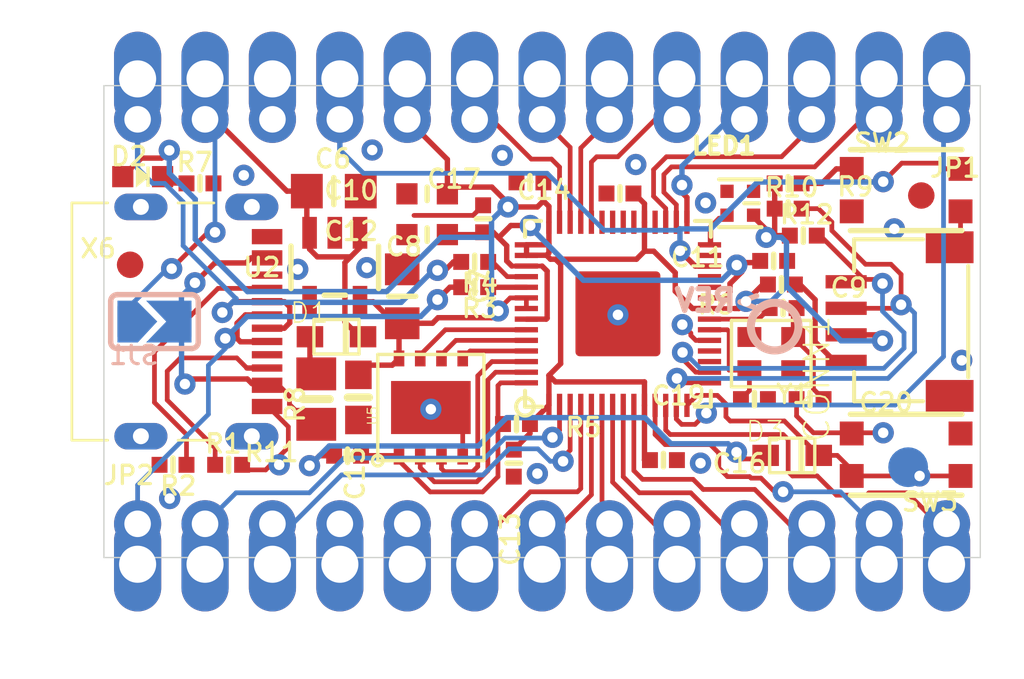
<source format=kicad_pcb>
(kicad_pcb (version 20211014) (generator pcbnew)
  (layers (0 "F.Cu" signal) (1 "In1.Cu" signal) (2 "In2.Cu" signal) (31 "B.Cu" signal) (34 "B.Paste" user) (35 "F.Paste" user) (36 "B.SilkS" user "B.Silkscreen") (37 "F.SilkS" user "F.Silkscreen") (38 "B.Mask" user) (39 "F.Mask" user) (44 "Edge.Cuts" user))
  (net 0 "")
  (net 1 "GND")
  (net 2 "MOSI")
  (net 3 "MISO")
  (net 4 "A3")
  (net 5 "A2")
  (net 6 "A1")
  (net 7 "VBUS")
  (net 8 "A0")
  (net 9 "D9")
  (net 10 "D3")
  (net 11 "D+")
  (net 12 "D-")
  (net 13 "~{RESET}")
  (net 14 "QSPI_DATA[0]")
  (net 15 "QSPI_DATA[1]")
  (net 16 "QSPI_SCK")
  (net 17 "QSPI_CS")
  (net 18 "QSPI_DATA[2]")
  (net 19 "QSPI_DATA[3]")
  (net 20 "NEOPIX")
  (net 21 "D0")
  (net 22 "D1")
  (net 23 "USBBOOT")
  (net 24 "D10")
  (net 25 "D7")
  (net 26 "N$4")
  (net 27 "D6")
  (net 28 "D8")
  (net 29 "SCLK")
  (net 30 "3.3V")
  (net 31 "D2")
  (net 32 "D5")
  (net 33 "1.2V")
  (net 34 "N$5")
  (net 35 "N$6")
  (net 36 "N$7")
  (net 37 "CC1")
  (net 38 "CC2")
  (net 39 "N$1")
  (net 40 "N$3")
  (net 41 "RAW")
  (net 42 "N$8")
  (net 43 "D4")
  (net 44 "N$2")
  (net 45 "SDA")
  (net 46 "SCL")
  (footprint "boardEagle:_0402NO" (layer "F.Cu") (at 134.5946 110.4011 180)
    (fp_text reference "R2")
    (fp_text value "5.1K")
  )
  (footprint "boardEagle:_0402NO" (layer "F.Cu") (at 136.6901 110.4011)
    (fp_text reference "R1")
    (fp_text value "5.1K")
  )
  (footprint "boardEagle:FIDUCIAL_1MM" (layer "F.Cu") (at 162.7886 100.2538 -90)
    (fp_text reference "U$34" hide)
    (fp_text value "FIDUCIAL_1MM" hide)
  )
  (footprint "boardEagle:_0805MP" (layer "F.Cu") (at 140.6525 100.0887)
    (fp_text reference "C6")
    (fp_text value "10µF")
  )
  (footprint "boardEagle:_0402NO" (layer "F.Cu") (at 151.4348 100.1776 180)
    (fp_text reference "C14")
    (fp_text value "0.1uF")
  )
  (footprint "boardEagle:1X13_CASTEL" (layer "F.Cu") (at 148.5011 112.6236)
    (fp_text reference "JP2")
    (fp_text value "")
  )
  (footprint "boardEagle:JST_SH4_SKINNY" (layer "F.Cu") (at 162.4711 105.0036 90)
    (fp_text reference "CONN1")
    (fp_text value "STEMMA_I2C_QTSKINNY" hide)
  )
  (footprint "boardEagle:SOD-323F" (layer "F.Cu") (at 157.9245 110.0455)
    (fp_text reference "D3")
    (fp_text value "NSR0320")
  )
  (footprint "boardEagle:_0402NO" (layer "F.Cu") (at 157.5181 103.6066)
    (fp_text reference "C9")
    (fp_text value "0.1uF")
  )
  (footprint "boardEagle:_0402NO" (layer "F.Cu") (at 153.0731 110.2233)
    (fp_text reference "C16")
    (fp_text value "0.1uF")
  )
  (footprint "boardEagle:USB_C_CUSB31-CFM2AX-01-X" (layer "F.Cu") (at 134.5946 105.0036 -90)
    (fp_text reference "X6")
    (fp_text value "USB TYPE C")
  )
  (footprint "boardEagle:FIDUCIAL_1MM" (layer "F.Cu") (at 132.9781 102.863 -90)
    (fp_text reference "U$35" hide)
    (fp_text value "FIDUCIAL_1MM" hide)
  )
  (footprint "boardEagle:CRYSTAL_2.5X2" (layer "F.Cu") (at 157.1371 106.2101 180)
    (fp_text reference "Y1")
    (fp_text value "12MHZ")
  )
  (footprint "boardEagle:_0402NO" (layer "F.Cu") (at 147.4343 110.3376 -90)
    (fp_text reference "C13")
    (fp_text value "0.1uF")
  )
  (footprint "boardEagle:_0603MP" (layer "F.Cu") (at 144.1704 100.1903 180)
    (fp_text reference "C10")
    (fp_text value "1uF")
  )
  (footprint "boardEagle:SK6805_1515" (layer "F.Cu") (at 155.9687 100.5459)
    (fp_text reference "LED1")
    (fp_text value "WS2812B_SK6805_1515")
  )
  (footprint "boardEagle:_0402NO" (layer "F.Cu") (at 147.5359 108.8644)
    (fp_text reference "R5")
    (fp_text value "10K")
  )
  (footprint "boardEagle:_0402NO" (layer "F.Cu") (at 156.5021 107.9246 180)
    (fp_text reference "C19")
    (fp_text value "22pF")
  )
  (footprint "boardEagle:_0402NO" (layer "F.Cu") (at 157.7721 100.7491)
    (fp_text reference "R10")
    (fp_text value "5.1K")
  )
  (footprint "boardEagle:_0805MP" (layer "F.Cu") (at 143.2306 104.0511 90)
    (fp_text reference "C8")
    (fp_text value "10µF")
  )
  (footprint "boardEagle:_0402NO" (layer "F.Cu") (at 135.6106 99.7966)
    (fp_text reference "R7")
    (fp_text value "10K")
  )
  (footprint "boardEagle:BTN_KMR2_4.6X2.8" (layer "F.Cu") (at 162.2171 100.0506)
    (fp_text reference "SW2")
    (fp_text value "KMR2")
  )
  (footprint "boardEagle:_0402NO" (layer "F.Cu") (at 148.0439 99.7585 180)
    (fp_text reference "C17")
    (fp_text value "0.1uF")
  )
  (footprint "boardEagle:BTN_KMR2_4.6X2.8" (layer "F.Cu") (at 162.2171 110.0201 180)
    (fp_text reference "SW3")
    (fp_text value "KMR2")
  )
  (footprint "boardEagle:_0402NO" (layer "F.Cu") (at 158.5976 107.9246)
    (fp_text reference "C20")
    (fp_text value "22pF")
  )
  (footprint "boardEagle:_0603MP" (layer "F.Cu") (at 144.1704 101.727 180)
    (fp_text reference "C12")
    (fp_text value "1uF")
  )
  (footprint "boardEagle:_0402NO" (layer "F.Cu") (at 146.2786 101.1301 -90)
    (fp_text reference "C7")
    (fp_text value "0.1uF")
  )
  (footprint "boardEagle:_0402NO" (layer "F.Cu") (at 158.3436 101.7651)
    (fp_text reference "R12")
    (fp_text value "5.1K")
  )
  (footprint "boardEagle:0603-NO" (layer "F.Cu") (at 141.5796 107.8611 -90)
    (fp_text reference "C15")
    (fp_text value "1uF")
  )
  (footprint "boardEagle:USON8_4X4" (layer "F.Cu") (at 144.3101 108.2421 90)
    (fp_text reference "U5")
    (fp_text value "8MB QSPI Flash")
  )
  (footprint "boardEagle:SOD-323F" (layer "F.Cu") (at 140.7541 105.5751)
    (fp_text reference "D1")
    (fp_text value "NSR0320")
  )
  (footprint "boardEagle:_0402NO" (layer "F.Cu") (at 157.5816 104.4956 180)
    (fp_text reference "R6")
    (fp_text value "1K")
  )
  (footprint "boardEagle:KB2040_TOP" (layer "F.Cu") (at 131.9911 113.8936)
    (fp_text reference "U$19" hide)
    (fp_text value "" hide)
  )
  (footprint "boardEagle:0805-NO" (layer "F.Cu") (at 139.9921 107.9246 90)
    (fp_text reference "R8")
    (fp_text value "FUSE")
  )
  (footprint "boardEagle:_0402NO" (layer "F.Cu") (at 141.1732 110.0582 180)
    (fp_text reference "R11")
    (fp_text value "1K")
  )
  (footprint "boardEagle:SOT23-5" (layer "F.Cu") (at 140.6906 102.9589 180)
    (fp_text reference "U2")
    (fp_text value "AP2112K-3.3")
  )
  (footprint "boardEagle:_0402NO" (layer "F.Cu") (at 145.9611 103.7082 180)
    (fp_text reference "R3")
    (fp_text value "27")
  )
  (footprint "boardEagle:_0402NO" (layer "F.Cu") (at 145.9611 102.7557 180)
    (fp_text reference "R4")
    (fp_text value "27")
  )
  (footprint "boardEagle:QFN56_7MM_REDUCEDEPAD" (layer "F.Cu") (at 151.3586 104.7115 90)
    (fp_text reference "IC2" hide)
    (fp_text value "RP2040_QFN56" hide)
  )
  (footprint "boardEagle:CHIPLED_0603_NOOUTLINE" (layer "F.Cu") (at 133.4516 99.5426 -90)
    (fp_text reference "D2")
    (fp_text value "GREEN")
  )
  (footprint "boardEagle:1X13_CASTEL" (layer "F.Cu") (at 148.5011 97.3836 180)
    (fp_text reference "JP1")
    (fp_text value "")
  )
  (footprint "boardEagle:_0402NO" (layer "F.Cu") (at 157.226 102.7176 180)
    (fp_text reference "C11")
    (fp_text value "0.1uF")
  )
  (footprint "boardEagle:_0402NO" (layer "F.Cu") (at 157.7721 99.7966)
    (fp_text reference "R9")
    (fp_text value "10K")
  )
  (footprint "boardEagle:PCBFEAT-REV-040" (layer "B.Cu") (at 157.2641 105.1941)
    (fp_text reference "U$20" hide)
    (fp_text value "" hide)
  )
  (footprint "boardEagle:SOLDERJUMPER_ARROW_NOPASTE" (layer "B.Cu") (at 133.8961 105.0036)
    (fp_text reference "SJ1")
    (fp_text value "")
  )
  (footprint "boardEagle:TESTPOINT_ROUND_1.5MM_NO" (layer "B.Cu") (at 162.2933 110.49 180)
    (fp_text reference "TP1" hide)
    (fp_text value "" hide)
  )
  (footprint "boardEagle:KB2040_BOT" (layer "B.Cu") (at 131.9911 96.1136)
    (fp_text reference "U$17" hide)
    (fp_text value "" hide)
  )
  (gr_line (start 131.9911 113.8936) (end 165.0111 113.8936) (layer "Edge.Cuts") (width 0.05))
  (gr_line (start 165.0111 113.8936) (end 165.0111 96.1136) (layer "Edge.Cuts") (width 0.05))
  (gr_line (start 165.0111 96.1136) (end 131.9911 96.1136) (layer "Edge.Cuts") (width 0.05))
  (gr_line (start 131.9911 96.1136) (end 131.9911 113.8936) (layer "Edge.Cuts") (width 0.05))
  (segment (start 137.1981 110.5916) (end 137.1981 110.4011) (width 0.1778) (layer "F.Cu") (net 1))
  (segment (start 138.0871 110.5916) (end 137.1981 110.5916) (width 0.1778) (layer "F.Cu") (net 1))
  (segment (start 158.7881 105.7656) (end 159.5261 106.5036) (width 0.2032) (layer "F.Cu") (net 1))
  (segment (start 145.8976 101.0031) (end 143.6751 101.0031) (width 0.1778) (layer "F.Cu") (net 1))
  (segment (start 164.2671 101.7936) (end 163.8571 102.2036) (width 0.1778) (layer "F.Cu") (net 1))
  (segment (start 154.8086 105.7115) (end 154.293931 105.7115) (width 0.1778) (layer "F.Cu") (net 1))
  (segment (start 158.7881 104.1781) (end 158.7881 105.7656) (width 0.2032) (layer "F.Cu") (net 1))
  (segment (start 145.6436 108.6231) (end 145.2626 108.2421) (width 0.1778) (layer "F.Cu") (net 1))
  (segment (start 138.1756 108.2036) (end 138.9393 108.9673) (width 0.1778) (layer "F.Cu") (net 1))
  (segment (start 138.9393 109.7394) (end 138.0871 110.5916) (width 0.1778) (layer "F.Cu") (net 1))
  (segment (start 145.5101 110.0921) (end 145.5101 108.7566) (width 0.1778) (layer "F.Cu") (net 1))
  (segment (start 145.5101 108.7566) (end 145.6436 108.6231) (width 0.1778) (layer "F.Cu") (net 1))
  (segment (start 158.7246 109.1946) (end 161.3535 109.1946) (width 0.1778) (layer "F.Cu") (net 1))
  (segment (start 158.0896 107.9246) (end 158.0896 108.5596) (width 0.1778) (layer "F.Cu") (net 1))
  (segment (start 158.0896 108.5596) (end 158.7246 109.1946) (width 0.1778) (layer "F.Cu") (net 1))
  (segment (start 143.4211 114.1476) (end 143.4211 112.6236) (width 0.2032) (layer "F.Cu") (net 1))
  (segment (start 154.293931 105.7115) (end 154.1044 105.521969) (width 0.1778) (layer "F.Cu") (net 1))
  (segment (start 159.5261 106.5036) (end 159.9571 106.5036) (width 0.2032) (layer "F.Cu") (net 1))
  (segment (start 140.8811 114.1476) (end 140.8811 112.6236) (width 0.2032) (layer "F.Cu") (net 1))
  (segment (start 154.1044 105.521969) (end 154.1044 105.438) (width 0.1778) (layer "F.Cu") (net 1))
  (segment (start 146.2786 100.6221) (end 145.8976 101.0031) (width 0.1778) (layer "F.Cu") (net 1))
  (segment (start 158.0261 103.6066) (end 158.2166 103.6066) (width 0.2032) (layer "F.Cu") (net 1))
  (segment (start 154.1044 105.438) (end 153.7843 105.1179) (width 0.1778) (layer "F.Cu") (net 1))
  (segment (start 138.1396 108.2036) (end 138.1756 108.2036) (width 0.1778) (layer "F.Cu") (net 1))
  (segment (start 138.9393 108.9673) (end 138.9393 109.7394) (width 0.1778) (layer "F.Cu") (net 1))
  (segment (start 145.2626 108.2421) (end 144.3101 108.2421) (width 0.1778) (layer "F.Cu") (net 1))
  (segment (start 158.7881 104.1781) (end 158.2166 103.6066) (width 0.2032) (layer "F.Cu") (net 1))
  (segment (start 164.2671 100.8506) (end 164.2671 101.7936) (width 0.1778) (layer "F.Cu") (net 1))
  (via (at 154.4701 110.3376) (size 0.8001) (drill 0.3937) (layers "F.Cu" "B.Cu") (net 1))
  (via (at 137.2616 99.4918) (size 0.8001) (drill 0.3937) (layers "F.Cu" "B.Cu") (net 1))
  (via (at 164.3126 106.4641) (size 0.8001) (drill 0.3937) (layers "F.Cu" "B.Cu") (net 1))
  (via (at 161.3535 109.1946) (size 0.8001) (drill 0.3937) (layers "F.Cu" "B.Cu") (net 1))
  (via (at 153.7843 105.1179) (size 0.8001) (drill 0.3937) (layers "F.Cu" "B.Cu") (net 1))
  (via (at 144.3101 108.3056) (size 0.8001) (drill 0.3937) (layers "F.Cu" "B.Cu") (net 1))
  (via (at 151.3586 104.7496) (size 0.8001) (drill 0.3937) (layers "F.Cu" "B.Cu") (net 1))
  (via (at 161.7726 101.5111) (size 0.8001) (drill 0.3937) (layers "F.Cu" "B.Cu") (net 1))
  (via (at 147.0025 98.7425) (size 0.8001) (drill 0.3937) (layers "F.Cu" "B.Cu") (net 1))
  (via (at 142.1003 98.5393) (size 0.8001) (drill 0.3937) (layers "F.Cu" "B.Cu") (net 1))
  (via (at 138.5951 110.4011) (size 0.8001) (drill 0.3937) (layers "F.Cu" "B.Cu") (net 1))
  (via (at 139.2936 103.0351) (size 0.8001) (drill 0.3937) (layers "F.Cu" "B.Cu") (net 1))
  (via (at 134.4676 111.6711) (size 0.8001) (drill 0.3937) (layers "F.Cu" "B.Cu") (net 1))
  (via (at 152.0317 99.0854) (size 0.8001) (drill 0.3937) (layers "F.Cu" "B.Cu") (net 1))
  (via (at 148.3233 110.7313) (size 0.8001) (drill 0.3937) (layers "F.Cu" "B.Cu") (net 1))
  (via (at 154.6606 100.5332) (size 0.8001) (drill 0.3937) (layers "F.Cu" "B.Cu") (net 1))
  (via (at 141.8971 102.9716) (size 0.8001) (drill 0.3937) (layers "F.Cu" "B.Cu") (net 1))
  (segment (start 160.5661 97.3836) (end 158.7754 99.1743) (width 0.1778) (layer "F.Cu") (net 2))
  (segment (start 153.0887 99.4635) (end 153.0887 100.1312) (width 0.1778) (layer "F.Cu") (net 2))
  (segment (start 161.2011 95.8596) (end 161.2011 97.3836) (width 0.2032) (layer "F.Cu") (net 2))
  (segment (start 153.3779 99.1743) (end 153.0887 99.4635) (width 0.1778) (layer "F.Cu") (net 2))
  (segment (start 161.2011 97.3836) (end 160.9471 97.3836) (width 0.2032) (layer "F.Cu") (net 2))
  (segment (start 153.5586 100.6011) (end 153.0887 100.1312) (width 0.1778) (layer "F.Cu") (net 2))
  (segment (start 160.9471 97.3836) (end 160.5661 97.3836) (width 0.2032) (layer "F.Cu") (net 2))
  (segment (start 153.3779 99.1743) (end 158.7754 99.1743) (width 0.1778) (layer "F.Cu") (net 2))
  (segment (start 153.5586 101.2615) (end 153.5586 100.6011) (width 0.1778) (layer "F.Cu") (net 2))
  (segment (start 158.781131 97.536) (end 158.581415 97.735716) (width 0.1778) (layer "F.Cu") (net 3))
  (segment (start 158.6611 97.656032) (end 158.581415 97.735716) (width 0.2032) (layer "F.Cu") (net 3))
  (segment (start 158.6611 97.3836) (end 158.6611 97.656032) (width 0.2032) (layer "F.Cu") (net 3))
  (segment (start 152.7014 99.2793) (end 152.7014 100.2836) (width 0.1778) (layer "F.Cu") (net 3))
  (segment (start 157.523831 98.7933) (end 158.581415 97.735716) (width 0.1778) (layer "F.Cu") (net 3))
  (segment (start 153.1586 101.2615) (end 153.1586 100.7408) (width 0.1778) (layer "F.Cu") (net 3))
  (segment (start 153.1586 100.7408) (end 152.7014 100.2836) (width 0.1778) (layer "F.Cu") (net 3))
  (segment (start 153.1874 98.7933) (end 152.7014 99.2793) (width 0.1778) (layer "F.Cu") (net 3))
  (segment (start 158.6611 95.8596) (end 158.6611 97.415969) (width 0.2032) (layer "F.Cu") (net 3))
  (segment (start 158.6611 97.415969) (end 158.781131 97.536) (width 0.2032) (layer "F.Cu") (net 3))
  (segment (start 153.1874 98.7933) (end 157.523831 98.7933) (width 0.1778) (layer "F.Cu") (net 3))
  (segment (start 149.1586 99.1841) (end 149.1586 101.2615) (width 0.1778) (layer "F.Cu") (net 4))
  (segment (start 148.8567 98.8822) (end 149.1586 99.1841) (width 0.1778) (layer "F.Cu") (net 4))
  (segment (start 145.9611 95.8596) (end 145.9611 97.3836) (width 0.2032) (layer "F.Cu") (net 4))
  (segment (start 148.0947 98.8822) (end 146.5453 97.3328) (width 0.1778) (layer "F.Cu") (net 4))
  (segment (start 146.5453 97.3328) (end 146.0119 97.3328) (width 0.2032) (layer "F.Cu") (net 4))
  (segment (start 148.0947 98.8822) (end 148.8567 98.8822) (width 0.1778) (layer "F.Cu") (net 4))
  (segment (start 145.9611 97.3836) (end 146.0119 97.3328) (width 0.2032) (layer "F.Cu") (net 4))
  (segment (start 148.5011 95.8596) (end 148.5011 97.3836) (width 0.2032) (layer "F.Cu") (net 5))
  (segment (start 149.5586 101.2615) (end 149.5586 98.4411) (width 0.1778) (layer "F.Cu") (net 5))
  (segment (start 148.7551 97.6376) (end 148.5011 97.3836) (width 0.2032) (layer "F.Cu") (net 5))
  (segment (start 149.5586 98.4411) (end 148.7551 97.6376) (width 0.1778) (layer "F.Cu") (net 5))
  (segment (start 149.9586 101.2615) (end 149.9586 98.4661) (width 0.1778) (layer "F.Cu") (net 6))
  (segment (start 151.0411 95.8596) (end 151.0411 97.3836) (width 0.2032) (layer "F.Cu") (net 6))
  (segment (start 150.7871 97.6376) (end 151.0411 97.3836) (width 0.2032) (layer "F.Cu") (net 6))
  (segment (start 149.9586 98.4661) (end 150.7871 97.6376) (width 0.1778) (layer "F.Cu") (net 6))
  (segment (start 137.346518 102.7942) (end 136.169 102.7942) (width 0.2032) (layer "F.Cu") (net 7))
  (segment (start 138.1396 102.6036) (end 137.537118 102.6036) (width 0.2032) (layer "F.Cu") (net 7))
  (segment (start 139.6746 108.8136) (end 139.9921 108.8136) (width 0.1778) (layer "F.Cu") (net 7))
  (segment (start 138.0761 107.3401) (end 138.1396 107.4036) (width 0.2032) (layer "F.Cu") (net 7))
  (segment (start 138.0761 107.3401) (end 137.5681 107.3401) (width 0.2032) (layer "F.Cu") (net 7))
  (segment (start 138.579268 107.4036) (end 138.9813 107.805632) (width 0.1778) (layer "F.Cu") (net 7))
  (segment (start 138.1396 107.4036) (end 138.579268 107.4036) (width 0.1778) (layer "F.Cu") (net 7))
  (segment (start 137.537118 102.6036) (end 137.346518 102.7942) (width 0.2032) (layer "F.Cu") (net 7))
  (segment (start 135.233793 107.166794) (end 135.043293 107.357294) (width 0.2032) (layer "F.Cu") (net 7))
  (segment (start 136.169 102.7942) (end 135.4201 103.5431) (width 0.2032) (layer "F.Cu") (net 7))
  (segment (start 139.9921 108.8746) (end 139.9921 108.8136) (width 0.2032) (layer "F.Cu") (net 7))
  (segment (start 137.394793 107.166794) (end 135.233793 107.166794) (width 0.2032) (layer "F.Cu") (net 7))
  (segment (start 138.9813 107.805632) (end 138.9813 108.1203) (width 0.1778) (layer "F.Cu") (net 7))
  (segment (start 138.9813 108.1203) (end 139.6746 108.8136) (width 0.1778) (layer "F.Cu") (net 7))
  (segment (start 137.5681 107.3401) (end 137.394793 107.166794) (width 0.2032) (layer "F.Cu") (net 7))
  (via (at 135.043293 107.357294) (size 0.8001) (drill 0.3937) (layers "F.Cu" "B.Cu") (net 7))
  (via (at 135.4201 103.5431) (size 0.8001) (drill 0.3937) (layers "F.Cu" "B.Cu") (net 7))
  (segment (start 134.9121 104.0511) (end 134.9121 105.0036) (width 0.2032) (layer "B.Cu") (net 7))
  (segment (start 134.916293 107.230294) (end 135.043293 107.357294) (width 0.2032) (layer "B.Cu") (net 7))
  (segment (start 134.916293 104.9401) (end 134.916293 107.230294) (width 0.2032) (layer "B.Cu") (net 7))
  (segment (start 135.4201 103.5431) (end 134.9121 104.0511) (width 0.2032) (layer "B.Cu") (net 7))
  (segment (start 134.9121 105.0036) (end 134.9121 104.944294) (width 0.1778) (layer "B.Cu") (net 7))
  (segment (start 134.9121 104.944294) (end 134.916293 104.9401) (width 0.1778) (layer "B.Cu") (net 7))
  (segment (start 150.5585 98.7933) (end 151.359068 98.7933) (width 0.1778) (layer "F.Cu") (net 8))
  (segment (start 153.5811 95.8596) (end 153.5811 97.3836) (width 0.2032) (layer "F.Cu") (net 8))
  (segment (start 150.3586 101.2615) (end 150.3586 98.9932) (width 0.1778) (layer "F.Cu") (net 8))
  (segment (start 153.5811 97.3836) (end 152.768768 97.3836) (width 0.1778) (layer "F.Cu") (net 8))
  (segment (start 150.3586 98.9932) (end 150.5585 98.7933) (width 0.1778) (layer "F.Cu") (net 8))
  (segment (start 151.359068 98.7933) (end 152.768768 97.3836) (width 0.1778) (layer "F.Cu") (net 8))
  (segment (start 157.9372 110.8202) (end 158.864768 110.8202) (width 0.1778) (layer "F.Cu") (net 9))
  (segment (start 160.730731 111.5441) (end 160.819631 111.4552) (width 0.1778) (layer "F.Cu") (net 9))
  (segment (start 157.7721 109.4486) (end 157.7721 110.6551) (width 0.1778) (layer "F.Cu") (net 9))
  (segment (start 163.7411 114.1476) (end 163.7411 112.6236) (width 0.2032) (layer "F.Cu") (net 9))
  (segment (start 158.864768 110.8202) (end 159.588668 111.5441) (width 0.1778) (layer "F.Cu") (net 9))
  (segment (start 159.588668 111.5441) (end 160.730731 111.5441) (width 0.1778) (layer "F.Cu") (net 9))
  (segment (start 153.3271 109.2581) (end 157.5816 109.2581) (width 0.1778) (layer "F.Cu") (net 9))
  (segment (start 157.7721 110.6551) (end 157.9372 110.8202) (width 0.1778) (layer "F.Cu") (net 9))
  (segment (start 153.1586 109.0896) (end 153.3271 109.2581) (width 0.1778) (layer "F.Cu") (net 9))
  (segment (start 163.4236 112.6236) (end 163.7411 112.6236) (width 0.1778) (layer "F.Cu") (net 9))
  (segment (start 153.1586 108.1615) (end 153.1586 109.0896) (width 0.1778) (layer "F.Cu") (net 9))
  (segment (start 163.4236 112.6236) (end 162.2552 111.4552) (width 0.1778) (layer "F.Cu") (net 9))
  (segment (start 157.5816 109.2581) (end 157.7721 109.4486) (width 0.1778) (layer "F.Cu") (net 9))
  (segment (start 160.819631 111.4552) (end 162.2552 111.4552) (width 0.1778) (layer "F.Cu") (net 9))
  (segment (start 148.5011 114.1476) (end 148.5011 112.6236) (width 0.2032) (layer "F.Cu") (net 10))
  (segment (start 150.3586 111.5281) (end 149.2631 112.6236) (width 0.1778) (layer "F.Cu") (net 10))
  (segment (start 148.5011 112.6236) (end 149.2631 112.6236) (width 0.1778) (layer "F.Cu") (net 10))
  (segment (start 150.3586 108.1615) (end 150.3586 111.5281) (width 0.1778) (layer "F.Cu") (net 10))
  (segment (start 137.0076 105.6386) (end 137.0076 105.0671) (width 0.2032) (layer "F.Cu") (net 11))
  (segment (start 138.1396 105.7536) (end 138.1276 105.7656) (width 0.2032) (layer "F.Cu") (net 11))
  (segment (start 145.02835 103.7082) (end 144.55845 104.1781) (width 0.2032) (layer "F.Cu") (net 11))
  (segment (start 133.2611 114.1476) (end 133.2611 112.6236) (width 0.2032) (layer "F.Cu") (net 11))
  (segment (start 145.4531 103.7082) (end 145.02835 103.7082) (width 0.2032) (layer "F.Cu") (net 11))
  (segment (start 137.1346 105.7656) (end 137.0076 105.6386) (width 0.2032) (layer "F.Cu") (net 11))
  (segment (start 137.3211 104.7536) (end 137.0076 105.0671) (width 0.2032) (layer "F.Cu") (net 11))
  (segment (start 136.5631 105.6386) (end 137.0076 105.6386) (width 0.2032) (layer "F.Cu") (net 11))
  (segment (start 138.1276 105.7656) (end 137.1346 105.7656) (width 0.2032) (layer "F.Cu") (net 11))
  (segment (start 138.1396 104.7536) (end 137.3211 104.7536) (width 0.2032) (layer "F.Cu") (net 11))
  (via (at 136.5631 105.6386) (size 0.8001) (drill 0.3937) (layers "F.Cu" "B.Cu") (net 11))
  (via (at 144.55845 104.1781) (size 0.8001) (drill 0.3937) (layers "F.Cu" "B.Cu") (net 11))
  (segment (start 135.9281 106.6546) (end 135.9281 108.4961) (width 0.1778) (layer "B.Cu") (net 11))
  (segment (start 143.92345 104.8131) (end 137.3886 104.8131) (width 0.2032) (layer "B.Cu") (net 11))
  (segment (start 136.5631 106.0196) (end 135.9281 106.6546) (width 0.1778) (layer "B.Cu") (net 11))
  (segment (start 133.2611 111.1631) (end 133.2611 112.6236) (width 0.1778) (layer "B.Cu") (net 11))
  (segment (start 136.5631 105.6386) (end 136.5631 106.0196) (width 0.1778) (layer "B.Cu") (net 11))
  (segment (start 135.9281 108.4961) (end 133.2611 111.1631) (width 0.1778) (layer "B.Cu") (net 11))
  (segment (start 137.3886 104.8131) (end 136.5631 105.6386) (width 0.2032) (layer "B.Cu") (net 11))
  (segment (start 144.55845 104.1781) (end 143.92345 104.8131) (width 0.2032) (layer "B.Cu") (net 11))
  (segment (start 138.994 105.0478) (end 138.7882 105.2536) (width 0.2032) (layer "F.Cu") (net 12))
  (segment (start 136.453112 104.6607) (end 136.860212 104.2536) (width 0.2032) (layer "F.Cu") (net 12))
  (segment (start 138.1396 105.2536) (end 138.7882 105.2536) (width 0.2032) (layer "F.Cu") (net 12))
  (segment (start 136.860212 104.2536) (end 138.1396 104.2536) (width 0.2032) (layer "F.Cu") (net 12))
  (segment (start 145.4531 102.7557) (end 145.161 102.7557) (width 0.2032) (layer "F.Cu") (net 12))
  (segment (start 144.8435 103.0732) (end 144.55845 103.0732) (width 0.2032) (layer "F.Cu") (net 12))
  (segment (start 133.2611 95.8596) (end 133.2611 97.3836) (width 0.2032) (layer "F.Cu") (net 12))
  (segment (start 138.7976 104.2536) (end 138.994 104.45) (width 0.2032) (layer "F.Cu") (net 12))
  (segment (start 138.994 104.45) (end 138.994 105.0478) (width 0.2032) (layer "F.Cu") (net 12))
  (segment (start 138.1396 104.2536) (end 138.7976 104.2536) (width 0.2032) (layer "F.Cu") (net 12))
  (segment (start 145.161 102.7557) (end 144.8435 103.0732) (width 0.2032) (layer "F.Cu") (net 12))
  (via (at 136.453112 104.6607) (size 0.8001) (drill 0.3937) (layers "F.Cu" "B.Cu") (net 12))
  (via (at 144.55845 103.0732) (size 0.8001) (drill 0.3937) (layers "F.Cu" "B.Cu") (net 12))
  (segment (start 133.8326 99.7966) (end 133.2611 99.2251) (width 0.1778) (layer "B.Cu") (net 12))
  (segment (start 134.9756 100.4951) (end 134.9756 102.1461) (width 0.1778) (layer "B.Cu") (net 12))
  (segment (start 144.399 103.0732) (end 143.1925 104.2797) (width 0.2032) (layer "B.Cu") (net 12))
  (segment (start 133.8326 99.7966) (end 134.2771 99.7966) (width 0.1778) (layer "B.Cu") (net 12))
  (segment (start 136.453112 104.6607) (end 136.463656 104.650157) (width 0.2032) (layer "B.Cu") (net 12))
  (segment (start 136.463656 104.650157) (end 136.834112 104.2797) (width 0.2032) (layer "B.Cu") (net 12))
  (segment (start 136.834112 104.2797) (end 136.971656 104.142157) (width 0.2032) (layer "B.Cu") (net 12))
  (segment (start 133.2611 99.2251) (end 133.2611 97.3836) (width 0.2032) (layer "B.Cu") (net 12))
  (segment (start 134.9756 102.1461) (end 136.971656 104.142157) (width 0.1778) (layer "B.Cu") (net 12))
  (segment (start 134.2771 99.7966) (end 134.9756 100.4951) (width 0.1778) (layer "B.Cu") (net 12))
  (segment (start 143.1925 104.2797) (end 136.834112 104.2797) (width 0.2032) (layer "B.Cu") (net 12))
  (segment (start 144.55845 103.0732) (end 144.399 103.0732) (width 0.2032) (layer "B.Cu") (net 12))
  (segment (start 158.2801 99.7966) (end 159.0421 99.7966) (width 0.2032) (layer "F.Cu") (net 13))
  (segment (start 140.8811 95.8596) (end 140.8811 97.3836) (width 0.2032) (layer "F.Cu") (net 13))
  (segment (start 163.4871 99.0346) (end 162.052 99.0346) (width 0.1778) (layer "F.Cu") (net 13))
  (segment (start 154.8086 102.9115) (end 154.2703 102.9115) (width 0.2032) (layer "F.Cu") (net 13))
  (segment (start 159.5881 99.2506) (end 159.0421 99.7966) (width 0.2032) (layer "F.Cu") (net 13))
  (segment (start 154.2703 102.9115) (end 153.6954 102.3366) (width 0.2032) (layer "F.Cu") (net 13))
  (segment (start 161.3536 99.733) (end 160.6495 99.733) (width 0.1778) (layer "F.Cu") (net 13))
  (segment (start 164.2671 99.2506) (end 163.7031 99.2506) (width 0.1778) (layer "F.Cu") (net 13))
  (segment (start 160.6495 99.733) (end 160.1671 99.2506) (width 0.1778) (layer "F.Cu") (net 13))
  (segment (start 159.5881 99.2506) (end 160.1671 99.2506) (width 0.2032) (layer "F.Cu") (net 13))
  (segment (start 162.052 99.0346) (end 161.3536 99.733) (width 0.1778) (layer "F.Cu") (net 13))
  (segment (start 163.7031 99.2506) (end 163.4871 99.0346) (width 0.1778) (layer "F.Cu") (net 13))
  (via (at 161.3536 99.733) (size 0.8001) (drill 0.3937) (layers "F.Cu" "B.Cu") (net 13))
  (via (at 153.6954 102.3366) (size 0.8001) (drill 0.3937) (layers "F.Cu" "B.Cu") (net 13))
  (segment (start 150.8379 101.5619) (end 148.6916 99.4156) (width 0.1778) (layer "B.Cu") (net 13))
  (segment (start 148.6916 99.4156) (end 141.7701 99.4156) (width 0.1778) (layer "B.Cu") (net 13))
  (segment (start 140.8811 98.5266) (end 140.8811 97.3836) (width 0.2032) (layer "B.Cu") (net 13))
  (segment (start 154.854031 101.5111) (end 153.6954 101.5111) (width 0.2032) (layer "B.Cu") (net 13))
  (segment (start 161.3536 99.733) (end 161.3408 99.7458) (width 0.1778) (layer "B.Cu") (net 13))
  (segment (start 141.7701 99.4156) (end 140.8811 98.5266) (width 0.1778) (layer "B.Cu") (net 13))
  (segment (start 153.6446 101.5619) (end 153.6954 101.5111) (width 0.2032) (layer "B.Cu") (net 13))
  (segment (start 161.3408 99.7458) (end 156.619331 99.7458) (width 0.2032) (layer "B.Cu") (net 13))
  (segment (start 156.619331 99.7458) (end 154.854031 101.5111) (width 0.2032) (layer "B.Cu") (net 13))
  (segment (start 153.6954 102.3366) (end 153.6954 101.5111) (width 0.2032) (layer "B.Cu") (net 13))
  (segment (start 153.6446 101.5619) (end 150.8379 101.5619) (width 0.1778) (layer "B.Cu") (net 13))
  (segment (start 145.5101 106.3921) (end 145.7907 106.1115) (width 0.1778) (layer "F.Cu") (net 14))
  (segment (start 147.9086 106.1115) (end 145.7907 106.1115) (width 0.1778) (layer "F.Cu") (net 14))
  (segment (start 146.4578 110.623888) (end 146.4578 107.204719) (width 0.1778) (layer "F.Cu") (net 15))
  (segment (start 146.4578 107.204719) (end 146.751018 106.9115) (width 0.1778) (layer "F.Cu") (net 15))
  (segment (start 143.9101 110.5091) (end 144.4408 111.0398) (width 0.1778) (layer "F.Cu") (net 15))
  (segment (start 146.751018 106.9115) (end 147.9086 106.9115) (width 0.1778) (layer "F.Cu") (net 15))
  (segment (start 146.041887 111.0398) (end 146.4578 110.623888) (width 0.1778) (layer "F.Cu") (net 15))
  (segment (start 144.4408 111.0398) (end 146.041887 111.0398) (width 0.1778) (layer "F.Cu") (net 15))
  (segment (start 143.9101 110.0921) (end 143.9101 110.5091) (width 0.1778) (layer "F.Cu") (net 15))
  (segment (start 144.7101 106.3921) (end 144.7101 106.2546) (width 0.1778) (layer "F.Cu") (net 16))
  (segment (start 147.9086 105.7115) (end 145.2532 105.7115) (width 0.1778) (layer "F.Cu") (net 16))
  (segment (start 144.7101 106.2546) (end 145.2532 105.7115) (width 0.1778) (layer "F.Cu") (net 16))
  (segment (start 146.8388 108.9646) (end 146.9136 108.8898) (width 0.1778) (layer "F.Cu") (net 17))
  (segment (start 147.0279 108.8644) (end 146.939 108.8644) (width 0.1778) (layer "F.Cu") (net 17))
  (segment (start 144.282981 111.4208) (end 143.1101 110.247916) (width 0.1778) (layer "F.Cu") (net 17))
  (segment (start 143.1101 110.0921) (end 143.0762 110.0582) (width 0.2032) (layer "F.Cu") (net 17))
  (segment (start 146.8388 110.845207) (end 146.8388 108.9646) (width 0.1778) (layer "F.Cu") (net 17))
  (segment (start 146.263206 111.4208) (end 144.282981 111.4208) (width 0.1778) (layer "F.Cu") (net 17))
  (segment (start 143.1101 110.247916) (end 143.1101 110.0921) (width 0.1778) (layer "F.Cu") (net 17))
  (segment (start 143.0762 110.0582) (end 141.6812 110.0582) (width 0.2032) (layer "F.Cu") (net 17))
  (segment (start 146.8388 107.4166) (end 146.8388 108.8898) (width 0.1778) (layer "F.Cu") (net 17))
  (segment (start 147.9086 107.3115) (end 146.9439 107.3115) (width 0.1778) (layer "F.Cu") (net 17))
  (segment (start 146.9136 108.8898) (end 146.8388 108.8898) (width 0.1778) (layer "F.Cu") (net 17))
  (segment (start 146.9136 108.8898) (end 146.939 108.8644) (width 0.1778) (layer "F.Cu") (net 17))
  (segment (start 146.8388 110.845207) (end 146.263206 111.4208) (width 0.1778) (layer "F.Cu") (net 17))
  (segment (start 146.9439 107.3115) (end 146.8388 107.4166) (width 0.1778) (layer "F.Cu") (net 17))
  (segment (start 144.8218 110.6588) (end 144.7101 110.5471) (width 0.1778) (layer "F.Cu") (net 18))
  (segment (start 146.612203 106.5115) (end 146.0768 107.0469) (width 0.1778) (layer "F.Cu") (net 18))
  (segment (start 147.9086 106.5115) (end 146.612203 106.5115) (width 0.1778) (layer "F.Cu") (net 18))
  (segment (start 146.0768 107.0469) (end 146.0768 110.466069) (width 0.1778) (layer "F.Cu") (net 18))
  (segment (start 145.884068 110.6588) (end 144.8218 110.6588) (width 0.1778) (layer "F.Cu") (net 18))
  (segment (start 144.7101 110.5471) (end 144.7101 110.0921) (width 0.1778) (layer "F.Cu") (net 18))
  (segment (start 146.0768 110.466069) (end 145.884068 110.6588) (width 0.1778) (layer "F.Cu") (net 18))
  (segment (start 144.857868 105.3115) (end 147.9086 105.3115) (width 0.1778) (layer "F.Cu") (net 19))
  (segment (start 143.9101 106.259269) (end 144.857868 105.3115) (width 0.1778) (layer "F.Cu") (net 19))
  (segment (start 143.9101 106.3921) (end 143.9101 106.259269) (width 0.1778) (layer "F.Cu") (net 19))
  (segment (start 154.8464 101.4531) (end 154.8464 102.0737) (width 0.2032) (layer "F.Cu") (net 20))
  (segment (start 155.341771 101.122829) (end 155.4687 100.9959) (width 0.2032) (layer "F.Cu") (net 20))
  (segment (start 155.176671 101.122829) (end 155.341771 101.122829) (width 0.2032) (layer "F.Cu") (net 20))
  (segment (start 154.8086 102.1115) (end 154.8464 102.0737) (width 0.2032) (layer "F.Cu") (net 20))
  (segment (start 154.8464 101.4531) (end 155.176671 101.122829) (width 0.2032) (layer "F.Cu") (net 20))
  (segment (start 149.1586 108.1615) (end 149.1586 109.0993) (width 0.1778) (layer "F.Cu") (net 21))
  (segment (start 135.8011 114.1476) (end 135.8011 112.6236) (width 0.2032) (layer "F.Cu") (net 21))
  (segment (start 149.1586 109.0993) (end 148.89185 109.36605) (width 0.1778) (layer "F.Cu") (net 21))
  (via (at 148.89185 109.36605) (size 0.8001) (drill 0.3937) (layers "F.Cu" "B.Cu") (net 21))
  (segment (start 148.89185 109.36605) (end 148.86645 109.39145) (width 0.1778) (layer "B.Cu") (net 21))
  (segment (start 141.040781 110.1471) (end 139.732681 111.4552) (width 0.1778) (layer "B.Cu") (net 21))
  (segment (start 148.86645 109.39145) (end 147.104318 109.39145) (width 0.1778) (layer "B.Cu") (net 21))
  (segment (start 139.732681 111.4552) (end 136.9695 111.4552) (width 0.1778) (layer "B.Cu") (net 21))
  (segment (start 136.9695 111.4552) (end 135.8011 112.6236) (width 0.1778) (layer "B.Cu") (net 21))
  (segment (start 146.348668 110.1471) (end 141.040781 110.1471) (width 0.1778) (layer "B.Cu") (net 21))
  (segment (start 147.104318 109.39145) (end 146.348668 110.1471) (width 0.1778) (layer "B.Cu") (net 21))
  (segment (start 149.5586 109.8486) (end 149.21565 110.19155) (width 0.1778) (layer "F.Cu") (net 22))
  (segment (start 138.3411 114.1476) (end 138.3411 112.6236) (width 0.2032) (layer "F.Cu") (net 22))
  (segment (start 149.5586 108.1615) (end 149.5586 109.8486) (width 0.1778) (layer "F.Cu") (net 22))
  (segment (start 149.29185 110.26775) (end 149.21565 110.19155) (width 0.1778) (layer "F.Cu") (net 22))
  (via (at 149.29185 110.26775) (size 0.8001) (drill 0.3937) (layers "F.Cu" "B.Cu") (net 22))
  (segment (start 148.80925 110.26775) (end 148.33935 109.79785) (width 0.1778) (layer "B.Cu") (net 22))
  (segment (start 139.1031 112.6236) (end 138.3411 112.6236) (width 0.1778) (layer "B.Cu") (net 22))
  (segment (start 149.29185 110.26775) (end 148.80925 110.26775) (width 0.1778) (layer "B.Cu") (net 22))
  (segment (start 148.33935 109.79785) (end 147.25985 109.79785) (width 0.1778) (layer "B.Cu") (net 22))
  (segment (start 147.25985 109.79785) (end 146.2756 110.7821) (width 0.1778) (layer "B.Cu") (net 22))
  (segment (start 146.2756 110.7821) (end 140.9446 110.7821) (width 0.1778) (layer "B.Cu") (net 22))
  (segment (start 140.9446 110.7821) (end 139.1031 112.6236) (width 0.1778) (layer "B.Cu") (net 22))
  (segment (start 159.623 110.0455) (end 158.9245 110.0455) (width 0.1778) (layer "F.Cu") (net 23))
  (segment (start 155.4274 108.589069) (end 155.588431 108.7501) (width 0.1778) (layer "F.Cu") (net 23))
  (segment (start 160.1671 110.8201) (end 162.7251 110.8201) (width 0.1778) (layer "F.Cu") (net 23))
  (segment (start 155.106 107.7849) (end 155.4274 108.1063) (width 0.1778) (layer "F.Cu") (net 23))
  (segment (start 160.1671 110.8201) (end 160.1671 110.5896) (width 0.1778) (layer "F.Cu") (net 23))
  (segment (start 158.9245 110.0455) (end 157.6291 108.7501) (width 0.1778) (layer "F.Cu") (net 23))
  (segment (start 153.9586 108.1615) (end 154.3352 107.7849) (width 0.1778) (layer "F.Cu") (net 23))
  (segment (start 162.7251 110.8201) (end 164.2671 110.8201) (width 0.1778) (layer "F.Cu") (net 23))
  (segment (start 155.588431 108.7501) (end 157.6291 108.7501) (width 0.1778) (layer "F.Cu") (net 23))
  (segment (start 155.4274 108.1063) (end 155.4274 108.589069) (width 0.1778) (layer "F.Cu") (net 23))
  (segment (start 154.3352 107.7849) (end 155.106 107.7849) (width 0.1778) (layer "F.Cu") (net 23))
  (segment (start 160.1671 110.5896) (end 159.623 110.0455) (width 0.1778) (layer "F.Cu") (net 23))
  (via (at 162.7251 110.8201) (size 0.8001) (drill 0.3937) (layers "F.Cu" "B.Cu") (net 23))
  (segment (start 162.2933 110.49) (end 162.395 110.49) (width 0.1778) (layer "B.Cu") (net 23))
  (segment (start 162.395 110.49) (end 162.7251 110.8201) (width 0.1778) (layer "B.Cu") (net 23))
  (segment (start 153.759531 108.8771) (end 154.264668 108.8771) (width 0.1778) (layer "F.Cu") (net 24))
  (segment (start 154.264668 108.8771) (end 154.690118 108.45165) (width 0.1778) (layer "F.Cu") (net 24))
  (segment (start 153.5586 108.676169) (end 153.759531 108.8771) (width 0.1778) (layer "F.Cu") (net 24))
  (segment (start 163.7411 95.8596) (end 163.7411 97.3836) (width 0.2032) (layer "F.Cu") (net 24))
  (segment (start 153.5586 108.1615) (end 153.5586 108.676169) (width 0.1778) (layer "F.Cu") (net 24))
  (via (at 154.690118 108.45165) (size 0.8001) (drill 0.3937) (layers "F.Cu" "B.Cu") (net 24))
  (segment (start 163.7411 97.3836) (end 163.7411 97.9678) (width 0.2032) (layer "B.Cu") (net 24))
  (segment (start 154.690118 108.45165) (end 154.994918 108.14685) (width 0.1778) (layer "B.Cu") (net 24))
  (segment (start 163.7411 97.9678) (end 163.6268 98.0821) (width 0.2032) (layer "B.Cu") (net 24))
  (segment (start 163.6268 106.3244) (end 163.6268 98.0821) (width 0.1778) (layer "B.Cu") (net 24))
  (segment (start 161.80435 108.14685) (end 154.994918 108.14685) (width 0.1778) (layer "B.Cu") (net 24))
  (segment (start 161.80435 108.14685) (end 163.6268 106.3244) (width 0.1778) (layer "B.Cu") (net 24))
  (segment (start 154.5717 111.3282) (end 156.515268 111.3282) (width 0.1778) (layer "F.Cu") (net 25))
  (segment (start 158.6611 114.1476) (end 158.6611 112.6236) (width 0.2032) (layer "F.Cu") (net 25))
  (segment (start 157.810668 112.6236) (end 158.6611 112.6236) (width 0.1778) (layer "F.Cu") (net 25))
  (segment (start 151.9586 108.1615) (end 151.9586 110.6201) (width 0.1778) (layer "F.Cu") (net 25))
  (segment (start 151.9586 110.6201) (end 152.2857 110.9472) (width 0.1778) (layer "F.Cu") (net 25))
  (segment (start 154.1907 110.9472) (end 154.5717 111.3282) (width 0.1778) (layer "F.Cu") (net 25))
  (segment (start 156.515268 111.3282) (end 157.810668 112.6236) (width 0.1778) (layer "F.Cu") (net 25))
  (segment (start 152.2857 110.9472) (end 154.1907 110.9472) (width 0.1778) (layer "F.Cu") (net 25))
  (segment (start 156.79115 110.17885) (end 156.079781 110.17885) (width 0.1778) (layer "F.Cu") (net 26))
  (segment (start 156.079781 110.17885) (end 155.825781 109.92485) (width 0.1778) (layer "F.Cu") (net 26))
  (segment (start 140.6652 110.0582) (end 140.11275 110.0582) (width 0.2032) (layer "F.Cu") (net 26))
  (segment (start 156.9245 110.0455) (end 156.79115 110.17885) (width 0.1778) (layer "F.Cu") (net 26))
  (segment (start 139.7381 110.43285) (end 140.11275 110.0582) (width 0.2032) (layer "F.Cu") (net 26))
  (via (at 155.825781 109.92485) (size 0.8001) (drill 0.3937) (layers "F.Cu" "B.Cu") (net 26))
  (via (at 139.7381 110.43285) (size 0.8001) (drill 0.3937) (layers "F.Cu" "B.Cu") (net 26))
  (segment (start 155.508281 109.60735) (end 155.825781 109.92485) (width 0.2032) (layer "B.Cu") (net 26))
  (segment (start 155.508281 109.60735) (end 153.35885 109.60735) (width 0.2032) (layer "B.Cu") (net 26))
  (segment (start 152.3746 108.6231) (end 153.35885 109.60735) (width 0.2032) (layer "B.Cu") (net 26))
  (segment (start 147.1676 108.6231) (end 152.3746 108.6231) (width 0.2032) (layer "B.Cu") (net 26))
  (segment (start 146.1008 109.6899) (end 147.1676 108.6231) (width 0.2032) (layer "B.Cu") (net 26))
  (segment (start 146.1008 109.6899) (end 140.48105 109.6899) (width 0.2032) (layer "B.Cu") (net 26))
  (segment (start 139.7381 110.43285) (end 140.48105 109.6899) (width 0.2032) (layer "B.Cu") (net 26))
  (segment (start 156.1211 114.1476) (end 156.1211 112.6236) (width 0.2032) (layer "F.Cu") (net 27))
  (segment (start 154.102268 111.4552) (end 155.270668 112.6236) (width 0.1778) (layer "F.Cu") (net 27))
  (segment (start 155.270668 112.6236) (end 156.1211 112.6236) (width 0.1778) (layer "F.Cu") (net 27))
  (segment (start 152.164587 111.4552) (end 154.102268 111.4552) (width 0.1778) (layer "F.Cu") (net 27))
  (segment (start 151.5586 110.849213) (end 152.164587 111.4552) (width 0.1778) (layer "F.Cu") (net 27))
  (segment (start 151.5586 108.1615) (end 151.5586 110.849213) (width 0.1778) (layer "F.Cu") (net 27))
  (segment (start 154.841531 109.6391) (end 155.159031 109.9566) (width 0.1778) (layer "F.Cu") (net 28))
  (segment (start 157.2641 111.4171) (end 157.5816 111.4171) (width 0.1778) (layer "F.Cu") (net 28))
  (segment (start 152.7586 109.2611) (end 153.1366 109.6391) (width 0.1778) (layer "F.Cu") (net 28))
  (segment (start 156.320431 110.8456) (end 156.377531 110.9027) (width 0.1778) (layer "F.Cu") (net 28))
  (segment (start 155.4861 110.8456) (end 156.320431 110.8456) (width 0.1778) (layer "F.Cu") (net 28))
  (segment (start 155.159031 109.9566) (end 155.159031 110.518532) (width 0.1778) (layer "F.Cu") (net 28))
  (segment (start 155.159031 110.518532) (end 155.4861 110.8456) (width 0.1778) (layer "F.Cu") (net 28))
  (segment (start 161.2011 114.1476) (end 161.2011 112.6236) (width 0.2032) (layer "F.Cu") (net 28))
  (segment (start 156.7497 110.9027) (end 157.2641 111.4171) (width 0.1778) (layer "F.Cu") (net 28))
  (segment (start 153.1366 109.6391) (end 154.841531 109.6391) (width 0.1778) (layer "F.Cu") (net 28))
  (segment (start 152.7586 108.1615) (end 152.7586 109.2611) (width 0.1778) (layer "F.Cu") (net 28))
  (segment (start 156.377531 110.9027) (end 156.7497 110.9027) (width 0.1778) (layer "F.Cu") (net 28))
  (via (at 157.5816 111.4171) (size 0.8001) (drill 0.3937) (layers "F.Cu" "B.Cu") (net 28))
  (segment (start 159.7406 111.4171) (end 160.8201 112.4966) (width 0.1778) (layer "B.Cu") (net 28))
  (segment (start 157.5816 111.4171) (end 159.7406 111.4171) (width 0.1778) (layer "B.Cu") (net 28))
  (segment (start 161.2011 112.6236) (end 161.2011 112.4966) (width 0.1778) (layer "B.Cu") (net 28))
  (segment (start 160.8201 112.4966) (end 161.2011 112.4966) (width 0.1778) (layer "B.Cu") (net 28))
  (segment (start 156.1211 95.8596) (end 156.1211 97.3836) (width 0.2032) (layer "F.Cu") (net 29))
  (segment (start 153.9586 100.3265) (end 153.9586 101.2615) (width 0.2032) (layer "F.Cu") (net 29))
  (segment (start 153.9586 100.3265) (end 153.7716 100.1395) (width 0.2032) (layer "F.Cu") (net 29))
  (segment (start 153.7716 100.1395) (end 153.7716 99.8601) (width 0.2032) (layer "F.Cu") (net 29))
  (via (at 153.7716 99.8601) (size 0.8001) (drill 0.3937) (layers "F.Cu" "B.Cu") (net 29))
  (segment (start 156.1211 97.3836) (end 155.5369 97.3836) (width 0.2032) (layer "B.Cu") (net 29))
  (segment (start 153.7716 99.1489) (end 153.7716 99.8601) (width 0.2032) (layer "B.Cu") (net 29))
  (segment (start 155.5369 97.3836) (end 153.7716 99.1489) (width 0.2032) (layer "B.Cu") (net 29))
  (segment (start 147.21685 100.6856) (end 148.3233 100.6856) (width 0.2032) (layer "F.Cu") (net 30))
  (segment (start 148.7586 102.0826) (end 148.7586 102.4161) (width 0.2032) (layer "F.Cu") (net 30))
  (segment (start 154.8086 104.5115) (end 155.7401 104.5115) (width 0.1778) (layer "F.Cu") (net 30))
  (segment (start 161.3281 105.7275) (end 161.1042 105.5036) (width 0.2032) (layer "F.Cu") (net 30))
  (segment (start 149.0034 107.2769) (end 148.7586 107.0321) (width 0.2032) (layer "F.Cu") (net 30))
  (segment (start 147.2977 104.1115) (end 146.8501 104.5591) (width 0.1778) (layer "F.Cu") (net 30))
  (segment (start 155.9147 104.5115) (end 155.7401 104.5115) (width 0.2032) (layer "F.Cu") (net 30))
  (segment (start 153.5176 103.8606) (end 153.5176 103.1621) (width 0.2032) (layer "F.Cu") (net 30))
  (segment (start 147.4343 109.8296) (end 148.0439 109.22) (width 0.2032) (layer "F.Cu") (net 30))
  (segment (start 156.4687 100.9959) (end 156.4687 101.0586) (width 0.2032) (layer "F.Cu") (net 30))
  (segment (start 144.9324 98.8949) (end 143.4211 97.3836) (width 0.2032) (layer "F.Cu") (net 30))
  (segment (start 148.7586 102.4161) (end 148.6696 102.5051) (width 0.2032) (layer "F.Cu") (net 30))
  (segment (start 148.7586 100.6637) (end 148.5519 100.457) (width 0.2032) (layer "F.Cu") (net 30))
  (segment (start 146.5961 104.85755) (end 144.58065 104.85755) (width 0.2032) (layer "F.Cu") (net 30))
  (segment (start 147.915 102.5051) (end 148.6696 102.5051) (width 0.2032) (layer "F.Cu") (net 30))
  (segment (start 148.7586 107.0321) (end 148.7586 108.1615) (width 0.2032) (layer "F.Cu") (net 30))
  (segment (start 156.9466 101.5365) (end 156.9466 101.8286) (width 0.2032) (layer "F.Cu") (net 30))
  (segment (start 156.9466 101.5365) (end 156.4687 101.0586) (width 0.2032) (layer "F.Cu") (net 30))
  (segment (start 146.6088 99.9363) (end 145.0467 99.9363) (width 0.2032) (layer "F.Cu") (net 30))
  (segment (start 149.0091 102.6541) (end 148.8186 102.6541) (width 0.2032) (layer "F.Cu") (net 30))
  (segment (start 152.3586 110.2233) (end 152.3586 108.1615) (width 0.2032) (layer "F.Cu") (net 30))
  (segment (start 152.3586 107.2769) (end 149.0034 107.2769) (width 0.2032) (layer "F.Cu") (net 30))
  (segment (start 143.2306 105.0671) (end 142.9465 105.0671) (width 0.2032) (layer "F.Cu") (net 30))
  (segment (start 146.8501 104.60355) (end 146.5961 104.85755) (width 0.2032) (layer "F.Cu") (net 30))
  (segment (start 147.9086 104.1115) (end 147.9086 104.5115) (width 0.1778) (layer "F.Cu") (net 30))
  (segment (start 151.9428 100.1776) (end 151.9743 100.1776) (width 0.2032) (layer "F.Cu") (net 30))
  (segment (start 144.9324 98.8949) (end 144.9324 100.0506) (width 0.2032) (layer "F.Cu") (net 30))
  (segment (start 154.1685 104.5115) (end 153.5176 103.8606) (width 0.2032) (layer "F.Cu") (net 30))
  (segment (start 157.2641 99.7966) (end 157.2641 100.7491) (width 0.2032) (layer "F.Cu") (net 30))
  (segment (start 145.0467 99.9363) (end 144.9324 100.0506) (width 0.2032) (layer "F.Cu") (net 30))
  (segment (start 156.9466 101.7651) (end 156.9466 101.8286) (width 0.2032) (layer "F.Cu") (net 30))
  (segment (start 148.7468 108.1615) (end 148.0439 108.8644) (width 0.2032) (layer "F.Cu") (net 30))
  (segment (start 144.9324 100.0506) (end 144.9324 100.1903) (width 0.2032) (layer "F.Cu") (net 30))
  (segment (start 143.4211 95.8596) (end 143.4211 97.3836) (width 0.2032) (layer "F.Cu") (net 30))
  (segment (start 142.8561 106.6461) (end 142.0081 106.6461) (width 0.2032) (layer "F.Cu") (net 30))
  (segment (start 152.7081 102.3526) (end 152.3586 102.3526) (width 0.2032) (layer "F.Cu") (net 30))
  (segment (start 147.9086 102.5115) (end 147.915 102.5051) (width 0.2032) (layer "F.Cu") (net 30))
  (segment (start 143.1101 106.3921) (end 142.8561 106.6461) (width 0.2032) (layer "F.Cu") (net 30))
  (segment (start 152.3586 101.2615) (end 152.3586 100.5619) (width 0.2032) (layer "F.Cu") (net 30))
  (segment (start 148.7586 101.2615) (end 148.7586 100.6637) (width 0.2032) (layer "F.Cu") (net 30))
  (segment (start 148.0439 109.22) (end 148.0439 108.8644) (width 0.2032) (layer "F.Cu") (net 30))
  (segment (start 148.7297 102.1115) (end 148.7586 102.0826) (width 0.2032) (layer "F.Cu") (net 30))
  (segment (start 152.5651 110.2233) (end 152.3586 110.2233) (width 0.2032) (layer "F.Cu") (net 30))
  (segment (start 149.0091 102.6541) (end 149.1996 102.8446) (width 0.2032) (layer "F.Cu") (net 30))
  (segment (start 152.3586 107.2769) (end 152.3586 108.1615) (width 0.2032) (layer "F.Cu") (net 30))
  (segment (start 146.8501 104.5591) (end 146.8501 104.60355) (width 0.2032) (layer "F.Cu") (net 30))
  (segment (start 156.1846 104.2416) (end 155.9147 104.5115) (width 0.2032) (layer "F.Cu") (net 30))
  (segment (start 141.6431 107.0111) (end 141.5796 107.0111) (width 0.2032) (layer "F.Cu") (net 30))
  (segment (start 148.3233 100.6856) (end 148.5519 100.457) (width 0.2032) (layer "F.Cu") (net 30))
  (segment (start 132.7016 99.5426) (end 133.4001 98.8441) (width 0.2032) (layer "F.Cu") (net 30))
  (segment (start 157.2641 100.7491) (end 157.2641 101.7651) (width 0.2032) (layer "F.Cu") (net 30))
  (segment (start 144.3711 105.0671) (end 143.2306 105.0671) (width 0.2032) (layer "F.Cu") (net 30))
  (segment (start 148.5519 100.457) (end 148.5519 99.7585) (width 0.2032) (layer "F.Cu") (net 30))
  (segment (start 144.58065 104.85755) (end 144.3711 105.0671) (width 0.2032) (layer "F.Cu") (net 30))
  (segment (start 156.8196 103.6066) (end 157.0101 103.6066) (width 0.2032) (layer "F.Cu") (net 30))
  (segment (start 147.21685 100.6856) (end 147.21685 100.54435) (width 0.2032) (layer "F.Cu") (net 30))
  (segment (start 157.8356 101.7651) (end 156.9466 101.7651) (width 0.2032) (layer "F.Cu") (net 30))
  (segment (start 143.1101 105.1876) (end 143.1101 106.3921) (width 0.2032) (layer "F.Cu") (net 30))
  (segment (start 147.9086 102.1115) (end 147.915 102.1179) (width 0.2032) (layer "F.Cu") (net 30))
  (segment (start 148.7586 101.2615) (end 148.7586 102.0826) (width 0.2032) (layer "F.Cu") (net 30))
  (segment (start 152.0571 102.6541) (end 149.0091 102.6541) (width 0.2032) (layer "F.Cu") (net 30))
  (segment (start 147.915 102.1179) (end 147.915 102.5051) (width 0.2032) (layer "F.Cu") (net 30))
  (segment (start 154.8086 104.5115) (end 154.1685 104.5115) (width 0.2032) (layer "F.Cu") (net 30))
  (segment (start 147.9086 104.1115) (end 147.2977 104.1115) (width 0.1778) (layer "F.Cu") (net 30))
  (segment (start 161.1042 105.5036) (end 159.9571 105.5036) (width 0.2032) (layer "F.Cu") (net 30))
  (segment (start 148.7586 108.1615) (end 148.7468 108.1615) (width 0.2032) (layer "F.Cu") (net 30))
  (segment (start 149.1996 102.8446) (end 149.1996 106.5911) (width 0.2032) (layer "F.Cu") (net 30))
  (segment (start 152.3586 102.3526) (end 152.0571 102.6541) (width 0.2032) (layer "F.Cu") (net 30))
  (segment (start 143.2306 105.0671) (end 143.1101 105.1876) (width 0.2032) (layer "F.Cu") (net 30))
  (segment (start 134.1628 98.8441) (end 134.4549 98.552) (width 0.2032) (layer "F.Cu") (net 30))
  (segment (start 149.1996 106.5911) (end 148.7586 107.0321) (width 0.2032) (layer "F.Cu") (net 30))
  (segment (start 152.3586 101.2615) (end 152.3586 102.3526) (width 0.2032) (layer "F.Cu") (net 30))
  (segment (start 153.5176 103.1621) (end 152.7081 102.3526) (width 0.2032) (layer "F.Cu") (net 30))
  (segment (start 142.1384 104.259) (end 141.6406 104.259) (width 0.2032) (layer "F.Cu") (net 30))
  (segment (start 142.0081 106.6461) (end 141.6431 107.0111) (width 0.2032) (layer "F.Cu") (net 30))
  (segment (start 147.21685 100.54435) (end 146.6088 99.9363) (width 0.2032) (layer "F.Cu") (net 30))
  (segment (start 148.8186 102.6541) (end 148.6696 102.5051) (width 0.2032) (layer "F.Cu") (net 30))
  (segment (start 157.2641 101.7651) (end 157.8356 101.7651) (width 0.2032) (layer "F.Cu") (net 30))
  (segment (start 156.8196 103.6066) (end 156.1846 104.2416) (width 0.2032) (layer "F.Cu") (net 30))
  (segment (start 142.9465 105.0671) (end 142.1384 104.259) (width 0.2032) (layer "F.Cu") (net 30))
  (segment (start 134.1628 98.8441) (end 133.4001 98.8441) (width 0.2032) (layer "F.Cu") (net 30))
  (segment (start 147.9086 102.1115) (end 148.7297 102.1115) (width 0.2032) (layer "F.Cu") (net 30))
  (segment (start 152.3586 100.5619) (end 151.9743 100.1776) (width 0.2032) (layer "F.Cu") (net 30))
  (via (at 147.21685 100.6856) (size 0.8001) (drill 0.3937) (layers "F.Cu" "B.Cu") (net 30))
  (via (at 156.1846 104.2416) (size 0.8001) (drill 0.3937) (layers "F.Cu" "B.Cu") (net 30))
  (via (at 156.9466 101.8286) (size 0.8001) (drill 0.3937) (layers "F.Cu" "B.Cu") (net 30))
  (via (at 134.4549 98.552) (size 0.8001) (drill 0.3937) (layers "F.Cu" "B.Cu") (net 30))
  (via (at 146.8501 104.60355) (size 0.8001) (drill 0.3937) (layers "F.Cu" "B.Cu") (net 30))
  (via (at 161.3281 105.7275) (size 0.8001) (drill 0.3937) (layers "F.Cu" "B.Cu") (net 30))
  (segment (start 157.7086 103.6701) (end 159.766 105.7275) (width 0.2032) (layer "B.Cu") (net 30))
  (segment (start 135.4328 101.9048) (end 137.4013 103.8733) (width 0.2032) (layer "B.Cu") (net 30))
  (segment (start 134.4549 98.552) (end 134.4549 99.417619) (width 0.2032) (layer "B.Cu") (net 30))
  (segment (start 146.5961 104.34955) (end 146.8501 104.60355) (width 0.2032) (layer "B.Cu") (net 30))
  (segment (start 134.4549 99.417619) (end 135.4328 100.395519) (width 0.2032) (layer "B.Cu") (net 30))
  (segment (start 157.7086 102.0191) (end 157.7086 103.6701) (width 0.2032) (layer "B.Cu") (net 30))
  (segment (start 144.6911 101.8286) (end 146.5961 101.8286) (width 0.2032) (layer "B.Cu") (net 30))
  (segment (start 147.21685 100.6856) (end 147.08985 100.6856) (width 0.2032) (layer "B.Cu") (net 30))
  (segment (start 147.08985 100.6856) (end 146.5961 101.17935) (width 0.2032) (layer "B.Cu") (net 30))
  (segment (start 156.1846 104.2416) (end 157.1371 104.2416) (width 0.2032) (layer "B.Cu") (net 30))
  (segment (start 146.5961 101.17935) (end 146.5961 101.8286) (width 0.2032) (layer "B.Cu") (net 30))
  (segment (start 157.5181 101.8286) (end 157.7086 102.0191) (width 0.2032) (layer "B.Cu") (net 30))
  (segment (start 137.4013 103.8733) (end 142.6464 103.8733) (width 0.2032) (layer "B.Cu") (net 30))
  (segment (start 142.6464 103.8733) (end 144.6911 101.8286) (width 0.2032) (layer "B.Cu") (net 30))
  (segment (start 156.9466 101.8286) (end 157.5181 101.8286) (width 0.2032) (layer "B.Cu") (net 30))
  (segment (start 159.766 105.7275) (end 161.3281 105.7275) (width 0.2032) (layer "B.Cu") (net 30))
  (segment (start 135.4328 100.395519) (end 135.4328 101.9048) (width 0.2032) (layer "B.Cu") (net 30))
  (segment (start 157.1371 104.2416) (end 157.7086 103.6701) (width 0.2032) (layer "B.Cu") (net 30))
  (segment (start 146.5961 101.8286) (end 146.5961 104.34955) (width 0.2032) (layer "B.Cu") (net 30))
  (segment (start 145.9611 112.9411) (end 146.2786 112.6236) (width 0.2032) (layer "F.Cu") (net 31))
  (segment (start 145.9611 114.1476) (end 145.9611 112.9411) (width 0.2032) (layer "F.Cu") (net 31))
  (segment (start 149.8346 111.4171) (end 148.0566 111.4171) (width 0.1778) (layer "F.Cu") (net 31))
  (segment (start 148.0566 111.4171) (end 146.8501 112.6236) (width 0.1778) (layer "F.Cu") (net 31))
  (segment (start 149.9586 108.1615) (end 149.9586 111.2931) (width 0.1778) (layer "F.Cu") (net 31))
  (segment (start 149.9586 111.2931) (end 149.8346 111.4171) (width 0.1778) (layer "F.Cu") (net 31))
  (segment (start 146.8501 112.6236) (end 146.2786 112.6236) (width 0.1778) (layer "F.Cu") (net 31))
  (segment (start 146.2786 112.6236) (end 145.9611 112.6236) (width 0.1778) (layer "F.Cu") (net 31))
  (segment (start 151.1586 108.1615) (end 151.1586 111.051532) (width 0.1778) (layer "F.Cu") (net 32))
  (segment (start 152.730668 112.6236) (end 153.5811 112.6236) (width 0.1778) (layer "F.Cu") (net 32))
  (segment (start 153.5811 114.1476) (end 153.5811 112.6236) (width 0.2032) (layer "F.Cu") (net 32))
  (segment (start 151.1586 111.051532) (end 152.730668 112.6236) (width 0.1778) (layer "F.Cu") (net 32))
  (segment (start 156.6545 102.7811) (end 156.718 102.7176) (width 0.2032) (layer "F.Cu") (net 33))
  (segment (start 146.877868 101.8286) (end 146.8501 101.8286) (width 0.2032) (layer "F.Cu") (net 33))
  (segment (start 148.6916 103.102) (end 148.5011 102.9115) (width 0.2032) (layer "F.Cu") (net 33))
  (segment (start 147.1676 102.1461) (end 147.1676 102.7176) (width 0.2032) (layer "F.Cu") (net 33))
  (segment (start 148.6567 104.9115) (end 148.6916 104.8766) (width 0.2032) (layer "F.Cu") (net 33))
  (segment (start 155.58135 103.57485) (end 155.58135 103.89235) (width 0.2032) (layer "F.Cu") (net 33))
  (segment (start 146.2786 101.6381) (end 146.1897 101.727) (width 0.2032) (layer "F.Cu") (net 33))
  (segment (start 146.6596 101.6381) (end 146.8501 101.8286) (width 0.2032) (layer "F.Cu") (net 33))
  (segment (start 156.6545 102.7811) (end 155.9306 102.7811) (width 0.2032) (layer "F.Cu") (net 33))
  (segment (start 146.1897 101.727) (end 144.9324 101.727) (width 0.2032) (layer "F.Cu") (net 33))
  (segment (start 146.2786 101.6381) (end 146.6596 101.6381) (width 0.2032) (layer "F.Cu") (net 33))
  (segment (start 155.58135 103.89235) (end 155.3622 104.1115) (width 0.2032) (layer "F.Cu") (net 33))
  (segment (start 148.0566 101.3841) (end 147.322368 101.3841) (width 0.2032) (layer "F.Cu") (net 33))
  (segment (start 147.9086 102.9115) (end 147.3615 102.9115) (width 0.1778) (layer "F.Cu") (net 33))
  (segment (start 147.9086 104.9115) (end 148.6567 104.9115) (width 0.2032) (layer "F.Cu") (net 33))
  (segment (start 148.6916 104.8766) (end 148.6916 103.102) (width 0.2032) (layer "F.Cu") (net 33))
  (segment (start 147.3615 102.9115) (end 147.1676 102.7176) (width 0.2032) (layer "F.Cu") (net 33))
  (segment (start 155.3622 104.1115) (end 154.8086 104.1115) (width 0.1778) (layer "F.Cu") (net 33))
  (segment (start 147.322368 101.3841) (end 146.877868 101.8286) (width 0.2032) (layer "F.Cu") (net 33))
  (segment (start 155.83535 102.87635) (end 155.9306 102.7811) (width 0.2032) (layer "F.Cu") (net 33))
  (segment (start 155.83535 102.87635) (end 156.02585 103.06685) (width 0.2032) (layer "F.Cu") (net 33))
  (segment (start 156.02585 103.06685) (end 156.02585 103.13035) (width 0.2032) (layer "F.Cu") (net 33))
  (segment (start 148.5011 102.9115) (end 147.9086 102.9115) (width 0.1778) (layer "F.Cu") (net 33))
  (segment (start 156.02585 103.13035) (end 155.58135 103.57485) (width 0.2032) (layer "F.Cu") (net 33))
  (segment (start 146.8501 101.8286) (end 147.1676 102.1461) (width 0.2032) (layer "F.Cu") (net 33))
  (via (at 155.83535 102.87635) (size 0.8001) (drill 0.3937) (layers "F.Cu" "B.Cu") (net 33))
  (via (at 148.0566 101.3841) (size 0.8001) (drill 0.3937) (layers "F.Cu" "B.Cu") (net 33))
  (segment (start 155.83535 102.87635) (end 155.26385 103.44785) (width 0.2032) (layer "B.Cu") (net 33))
  (segment (start 150.05685 103.44785) (end 148.0566 101.4476) (width 0.2032) (layer "B.Cu") (net 33))
  (segment (start 148.0566 101.4476) (end 148.0566 101.3841) (width 0.2032) (layer "B.Cu") (net 33))
  (segment (start 155.26385 103.44785) (end 150.05685 103.44785) (width 0.2032) (layer "B.Cu") (net 33))
  (segment (start 156.3121 107.6066) (end 156.3121 106.8351) (width 0.1778) (layer "F.Cu") (net 34))
  (segment (start 155.9941 107.9246) (end 156.3121 107.6066) (width 0.1778) (layer "F.Cu") (net 34))
  (segment (start 154.8086 105.3115) (end 155.4765 105.3115) (width 0.1778) (layer "F.Cu") (net 34))
  (segment (start 155.5496 106.8351) (end 156.3121 106.8351) (width 0.1778) (layer "F.Cu") (net 34))
  (segment (start 155.5496 105.3846) (end 155.5496 106.8351) (width 0.1778) (layer "F.Cu") (net 34))
  (segment (start 155.4765 105.3115) (end 155.5496 105.3846) (width 0.1778) (layer "F.Cu") (net 34))
  (segment (start 158.7246 106.3476) (end 157.9621 105.5851) (width 0.1778) (layer "F.Cu") (net 35))
  (segment (start 157.9621 104.6231) (end 157.9621 105.5851) (width 0.1778) (layer "F.Cu") (net 35))
  (segment (start 158.7246 106.3476) (end 158.7246 107.5436) (width 0.1778) (layer "F.Cu") (net 35))
  (segment (start 158.0896 104.4956) (end 157.9621 104.6231) (width 0.1778) (layer "F.Cu") (net 35))
  (segment (start 159.1056 107.9246) (end 158.7246 107.5436) (width 0.1778) (layer "F.Cu") (net 35))
  (segment (start 157.0736 104.4956) (end 156.6577 104.9115) (width 0.1778) (layer "F.Cu") (net 36))
  (segment (start 156.6577 104.9115) (end 154.8086 104.9115) (width 0.1778) (layer "F.Cu") (net 36))
  (segment (start 133.8961 108.0516) (end 135.1026 109.2581) (width 0.1778) (layer "F.Cu") (net 37))
  (segment (start 136.2891 103.7536) (end 133.8961 106.1466) (width 0.1778) (layer "F.Cu") (net 37))
  (segment (start 138.1396 103.7536) (end 136.2891 103.7536) (width 0.1778) (layer "F.Cu") (net 37))
  (segment (start 135.1026 109.2581) (end 135.1026 110.4011) (width 0.1778) (layer "F.Cu") (net 37))
  (segment (start 133.8961 106.1466) (end 133.8961 108.0516) (width 0.1778) (layer "F.Cu") (net 37))
  (segment (start 136.1821 109.7661) (end 136.1821 110.4011) (width 0.1778) (layer "F.Cu") (net 38))
  (segment (start 136.9966 106.3726) (end 134.8766 106.3726) (width 0.1778) (layer "F.Cu") (net 38))
  (segment (start 137.3776 106.7536) (end 136.9966 106.3726) (width 0.1778) (layer "F.Cu") (net 38))
  (segment (start 134.376543 107.960544) (end 136.1821 109.7661) (width 0.1778) (layer "F.Cu") (net 38))
  (segment (start 134.8766 106.3726) (end 134.376543 106.872657) (width 0.1778) (layer "F.Cu") (net 38))
  (segment (start 134.376543 106.872657) (end 134.376543 107.960544) (width 0.1778) (layer "F.Cu") (net 38))
  (segment (start 138.1396 106.7536) (end 137.3776 106.7536) (width 0.2032) (layer "F.Cu") (net 38))
  (segment (start 146.4724 103.7115) (end 146.4691 103.7082) (width 0.2032) (layer "F.Cu") (net 39))
  (segment (start 147.9086 103.7115) (end 146.4724 103.7115) (width 0.2032) (layer "F.Cu") (net 39))
  (segment (start 147.19 103.3115) (end 146.6342 102.7557) (width 0.1778) (layer "F.Cu") (net 40))
  (segment (start 146.4691 102.7557) (end 146.6342 102.7557) (width 0.1778) (layer "F.Cu") (net 40))
  (segment (start 147.9086 103.3115) (end 147.19 103.3115) (width 0.1778) (layer "F.Cu") (net 40))
  (segment (start 138.8872 100.0887) (end 135.8011 97.0026) (width 0.2032) (layer "F.Cu") (net 41))
  (segment (start 139.6365 101.5547) (end 139.6365 100.0887) (width 0.2032) (layer "F.Cu") (net 41))
  (segment (start 139.7406 101.6588) (end 139.7406 102.2731) (width 0.2032) (layer "F.Cu") (net 41))
  (segment (start 141.6271 105.5751) (end 141.0716 105.0196) (width 0.2032) (layer "F.Cu") (net 41))
  (segment (start 140.0327 102.5652) (end 139.7406 102.2731) (width 0.2032) (layer "F.Cu") (net 41))
  (segment (start 135.8011 95.8596) (end 135.8011 96.8756) (width 0.2032) (layer "F.Cu") (net 41))
  (segment (start 135.9154 101.6381) (end 136.17575 101.6381) (width 0.1778) (layer "F.Cu") (net 41))
  (segment (start 141.7541 105.5751) (end 141.6271 105.5751) (width 0.2032) (layer "F.Cu") (net 41))
  (segment (start 141.0716 102.7811) (end 141.2875 102.5652) (width 0.2032) (layer "F.Cu") (net 41))
  (segment (start 139.7406 101.6588) (end 139.6365 101.5547) (width 0.2032) (layer "F.Cu") (net 41))
  (segment (start 141.6406 102.2121) (end 141.6406 101.6588) (width 0.2032) (layer "F.Cu") (net 41))
  (segment (start 135.8011 97.0026) (end 135.8011 96.8756) (width 0.2032) (layer "F.Cu") (net 41))
  (segment (start 134.5438 103.0097) (end 135.9154 101.6381) (width 0.1778) (layer "F.Cu") (net 41))
  (segment (start 141.2875 102.5652) (end 141.6406 102.2121) (width 0.2032) (layer "F.Cu") (net 41))
  (segment (start 135.8011 97.0026) (end 135.8011 97.3836) (width 0.2032) (layer "F.Cu") (net 41))
  (segment (start 140.0327 102.5652) (end 141.2875 102.5652) (width 0.2032) (layer "F.Cu") (net 41))
  (segment (start 139.6365 100.0887) (end 138.8872 100.0887) (width 0.2032) (layer "F.Cu") (net 41))
  (segment (start 141.0716 105.0196) (end 141.0716 102.7811) (width 0.2032) (layer "F.Cu") (net 41))
  (via (at 136.17575 101.6381) (size 0.8001) (drill 0.3937) (layers "F.Cu" "B.Cu") (net 41))
  (via (at 134.5438 103.0097) (size 0.8001) (drill 0.3937) (layers "F.Cu" "B.Cu") (net 41))
  (segment (start 134.46125 102.92715) (end 134.5438 103.0097) (width 0.1778) (layer "B.Cu") (net 41))
  (segment (start 132.8801 105.0036) (end 132.8801 104.5083) (width 0.1778) (layer "B.Cu") (net 41))
  (segment (start 132.8801 104.5083) (end 134.46125 102.92715) (width 0.1778) (layer "B.Cu") (net 41))
  (segment (start 136.17575 101.6381) (end 136.17575 97.75825) (width 0.1778) (layer "B.Cu") (net 41))
  (segment (start 136.17575 97.75825) (end 135.8011 97.3836) (width 0.1778) (layer "B.Cu") (net 41))
  (segment (start 139.9921 106.9746) (end 139.7541 106.7366) (width 0.2032) (layer "F.Cu") (net 42))
  (segment (start 139.7541 106.7366) (end 139.7541 105.5751) (width 0.2032) (layer "F.Cu") (net 42))
  (segment (start 151.0411 114.1476) (end 151.0411 112.6236) (width 0.2032) (layer "F.Cu") (net 43))
  (segment (start 150.7586 108.1615) (end 150.7586 112.3411) (width 0.1778) (layer "F.Cu") (net 43))
  (segment (start 150.7586 112.3411) (end 151.0411 112.6236) (width 0.1778) (layer "F.Cu") (net 43))
  (segment (start 135.1026 99.7966) (end 134.4556 99.7966) (width 0.1778) (layer "F.Cu") (net 44))
  (segment (start 134.2016 99.5426) (end 134.4556 99.7966) (width 0.1778) (layer "F.Cu") (net 44))
  (segment (start 162.0266 104.3686) (end 161.8916 104.5036) (width 0.1778) (layer "F.Cu") (net 45))
  (segment (start 158.2801 100.7491) (end 158.9151 100.7491) (width 0.1778) (layer "F.Cu") (net 45))
  (segment (start 154.8086 107.3115) (end 153.5811 107.3115) (width 0.1778) (layer "F.Cu") (net 45))
  (segment (start 162.0266 103.2256) (end 162.0266 104.3686) (width 0.1778) (layer "F.Cu") (net 45))
  (segment (start 159.4183 101.2523) (end 159.4183 101.5746) (width 0.1778) (layer "F.Cu") (net 45))
  (segment (start 161.8916 104.5036) (end 159.9571 104.5036) (width 0.1778) (layer "F.Cu") (net 45))
  (segment (start 161.6456 102.8446) (end 162.0266 103.2256) (width 0.1778) (layer "F.Cu") (net 45))
  (segment (start 153.5811 107.14615) (end 153.5811 107.3115) (width 0.1778) (layer "F.Cu") (net 45))
  (segment (start 159.4183 101.5746) (end 160.6883 102.8446) (width 0.1778) (layer "F.Cu") (net 45))
  (segment (start 160.6883 102.8446) (end 161.6456 102.8446) (width 0.1778) (layer "F.Cu") (net 45))
  (segment (start 158.9151 100.7491) (end 159.4183 101.2523) (width 0.1778) (layer "F.Cu") (net 45))
  (via (at 153.5811 107.14615) (size 0.8001) (drill 0.3937) (layers "F.Cu" "B.Cu") (net 45))
  (via (at 162.0266 104.3686) (size 0.8001) (drill 0.3937) (layers "F.Cu" "B.Cu") (net 45))
  (segment (start 162.5346 104.6861) (end 162.2171 104.3686) (width 0.1778) (layer "B.Cu") (net 45))
  (segment (start 162.5346 106.1466) (end 162.5346 104.6861) (width 0.1778) (layer "B.Cu") (net 45))
  (segment (start 153.5811 107.14615) (end 161.53505 107.14615) (width 0.1778) (layer "B.Cu") (net 45))
  (segment (start 161.53505 107.14615) (end 162.5346 106.1466) (width 0.1778) (layer "B.Cu") (net 45))
  (segment (start 162.2171 104.3686) (end 162.0266 104.3686) (width 0.1778) (layer "B.Cu") (net 45))
  (segment (start 160.6306 103.4151) (end 158.9806 101.7651) (width 0.1778) (layer "F.Cu") (net 46))
  (segment (start 154.293931 106.9115) (end 153.79325 106.410819) (width 0.1778) (layer "F.Cu") (net 46))
  (segment (start 159.9571 103.5036) (end 160.0456 103.4151) (width 0.1778) (layer "F.Cu") (net 46))
  (segment (start 161.1112 103.4151) (end 160.6306 103.4151) (width 0.1778) (layer "F.Cu") (net 46))
  (segment (start 158.8516 101.7651) (end 158.9806 101.7651) (width 0.1778) (layer "F.Cu") (net 46))
  (segment (start 161.3281 103.5685) (end 161.2646 103.5685) (width 0.1778) (layer "F.Cu") (net 46))
  (segment (start 154.8086 106.9115) (end 154.293931 106.9115) (width 0.1778) (layer "F.Cu") (net 46))
  (segment (start 160.0456 103.4151) (end 160.6306 103.4151) (width 0.1778) (layer "F.Cu") (net 46))
  (segment (start 153.79325 106.410819) (end 153.79325 106.165838) (width 0.1778) (layer "F.Cu") (net 46))
  (segment (start 161.2646 103.5685) (end 161.1112 103.4151) (width 0.1778) (layer "F.Cu") (net 46))
  (via (at 161.3281 103.5685) (size 0.8001) (drill 0.3937) (layers "F.Cu" "B.Cu") (net 46))
  (via (at 153.79325 106.165838) (size 0.8001) (drill 0.3937) (layers "F.Cu" "B.Cu") (net 46))
  (segment (start 153.79325 106.165838) (end 153.85675 106.165838) (width 0.1778) (layer "B.Cu") (net 46))
  (segment (start 154.456062 106.76515) (end 161.377231 106.76515) (width 0.1778) (layer "B.Cu") (net 46))
  (segment (start 161.377231 106.76515) (end 162.13819 106.004191) (width 0.1778) (layer "B.Cu") (net 46))
  (segment (start 162.13819 105.423122) (end 161.3281 104.613032) (width 0.1778) (layer "B.Cu") (net 46))
  (segment (start 162.13819 106.004191) (end 162.13819 105.423122) (width 0.1778) (layer "B.Cu") (net 46))
  (segment (start 161.3281 103.5685) (end 161.3281 104.613032) (width 0.1778) (layer "B.Cu") (net 46))
  (segment (start 154.456062 106.76515) (end 153.85675 106.165838) (width 0.1778) (layer "B.Cu") (net 46))
)
</source>
